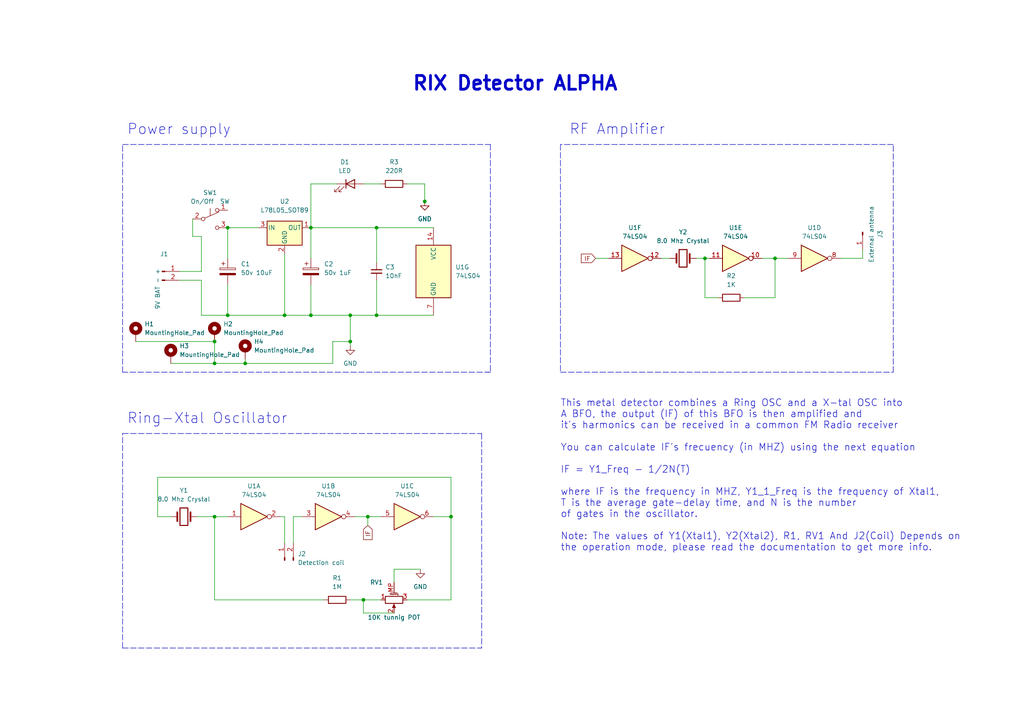
<source format=kicad_sch>
(kicad_sch (version 20211123) (generator eeschema)
  (paper "A4")
  (title_block (title "RIX Metal Detector by Dionys.") (date "2022-11-20") (rev "V0.0.1a"))
  (lib_symbols
    (symbol "74xx:74LS04"
      (property "Reference" "U" (at 0 1.27 0))
      (property "Value" "74LS04" (at 0 -1.27 0))
      (symbol "74LS04_1_0"
        (polyline (pts (xy -3.81 3.81) (xy -3.81 -3.81) (xy 3.81 0) (xy -3.81 3.81)) (stroke (width 0.254)) (fill (type background)))
        (pin input line (at -7.62 0 0) (length 3.81) (name "~") (number "1"))
        (pin output inverted (at 7.62 0 180) (length 3.81) (name "~") (number "2"))
      )
      (symbol "74LS04_2_0"
        (polyline (pts (xy -3.81 3.81) (xy -3.81 -3.81) (xy 3.81 0) (xy -3.81 3.81)) (stroke (width 0.254)) (fill (type background)))
        (pin input line (at -7.62 0 0) (length 3.81) (name "~") (number "3"))
        (pin output inverted (at 7.62 0 180) (length 3.81) (name "~") (number "4"))
      )
      (symbol "74LS04_3_0"
        (polyline (pts (xy -3.81 3.81) (xy -3.81 -3.81) (xy 3.81 0) (xy -3.81 3.81)) (stroke (width 0.254)) (fill (type background)))
        (pin input line (at -7.62 0 0) (length 3.81) (name "~") (number "5"))
        (pin output inverted (at 7.62 0 180) (length 3.81) (name "~") (number "6"))
      )
      (symbol "74LS04_4_0"
        (polyline (pts (xy -3.81 3.81) (xy -3.81 -3.81) (xy 3.81 0) (xy -3.81 3.81)) (stroke (width 0.254)) (fill (type background)))
        (pin output inverted (at 7.62 0 180) (length 3.81) (name "~") (number "8"))
        (pin input line (at -7.62 0 0) (length 3.81) (name "~") (number "9"))
      )
      (symbol "74LS04_5_0"
        (polyline (pts (xy -3.81 3.81) (xy -3.81 -3.81) (xy 3.81 0) (xy -3.81 3.81)) (stroke (width 0.254)) (fill (type background)))
        (pin output inverted (at 7.62 0 180) (length 3.81) (name "~") (number "10"))
        (pin input line (at -7.62 0 0) (length 3.81) (name "~") (number "11"))
      )
      (symbol "74LS04_6_0"
        (polyline (pts (xy -3.81 3.81) (xy -3.81 -3.81) (xy 3.81 0) (xy -3.81 3.81)) (stroke (width 0.254)) (fill (type background)))
        (pin output inverted (at 7.62 0 180) (length 3.81) (name "~") (number "12"))
        (pin input line (at -7.62 0 0) (length 3.81) (name "~") (number "13"))
      )
      (symbol "74LS04_7_0"
        (pin power_in line (at 0 12.7 270) (length 5.08) (name "VCC") (number "14"))
        (pin power_in line (at 0 -12.7 90) (length 5.08) (name "GND") (number "7"))
      )
      (symbol "74LS04_7_1"
        (rectangle (start -5.08 7.62) (end 5.08 -7.62) (stroke (width 0.254)) (fill (type background)))
      )
    )
    (symbol "Connector:Conn_01x01_Male" (pin_names (offset 1.016) hide)
      (property "Reference" "J" (at 0 2.54 0))
      (property "Value" "Conn_01x01_Male" (at 0 -2.54 0))
      (symbol "Conn_01x01_Male_1_1"
        (polyline (pts (xy 1.27 0) (xy 0.8636 0)) (stroke (width 0.1524)))
        (rectangle (start 0.8636 0.127) (end 0 -0.127) (stroke (width 0.1524)) (fill (type outline)))
        (pin passive line (at 5.08 0 180) (length 3.81) (name "Pin_1") (number "1"))
      )
    )
    (symbol "Connector:Conn_01x02_Male" (pin_names (offset 1.016) hide)
      (property "Reference" "J" (at 0 2.54 0))
      (property "Value" "Conn_01x02_Male" (at 0 -5.08 0))
      (symbol "Conn_01x02_Male_1_1"
        (polyline (pts (xy 1.27 -2.54) (xy 0.8636 -2.54)) (stroke (width 0.1524)))
        (polyline (pts (xy 1.27 0) (xy 0.8636 0)) (stroke (width 0.1524)))
        (rectangle (start 0.8636 -2.413) (end 0 -2.667) (stroke (width 0.1524)) (fill (type outline)))
        (rectangle (start 0.8636 0.127) (end 0 -0.127) (stroke (width 0.1524)) (fill (type outline)))
        (pin passive line (at 5.08 0 180) (length 3.81) (name "Pin_1") (number "1"))
        (pin passive line (at 5.08 -2.54 180) (length 3.81) (name "Pin_2") (number "2"))
      )
    )
    (symbol "Device:C_Polarized" (pin_numbers hide) (pin_names (offset 0.254))
      (property "Reference" "C" (at 0.635 2.54 0))
      (property "Value" "C_Polarized" (at 0.635 -2.54 0))
      (symbol "C_Polarized_0_1"
        (rectangle (start -2.286 0.508) (end 2.286 1.016))
        (polyline (pts (xy -1.778 2.286) (xy -0.762 2.286)))
        (polyline (pts (xy -1.27 2.794) (xy -1.27 1.778)))
        (rectangle (start 2.286 -0.508) (end -2.286 -1.016) (fill (type outline)))
      )
      (symbol "C_Polarized_1_1"
        (pin passive line (at 0 3.81 270) (length 2.794) (name "~") (number "1"))
        (pin passive line (at 0 -3.81 90) (length 2.794) (name "~") (number "2"))
      )
    )
    (symbol "Device:C_Small" (pin_numbers hide) (pin_names (offset 0.254) hide)
      (property "Reference" "C" (at 0.254 1.778 0))
      (property "Value" "C_Small" (at 0.254 -2.032 0))
      (symbol "C_Small_0_1"
        (polyline (pts (xy -1.524 -0.508) (xy 1.524 -0.508)) (stroke (width 0.3302)))
        (polyline (pts (xy -1.524 0.508) (xy 1.524 0.508)) (stroke (width 0.3048)))
      )
      (symbol "C_Small_1_1"
        (pin passive line (at 0 2.54 270) (length 2.032) (name "~") (number "1"))
        (pin passive line (at 0 -2.54 90) (length 2.032) (name "~") (number "2"))
      )
    )
    (symbol "Device:Crystal" (pin_numbers hide) (pin_names (offset 1.016) hide)
      (property "Reference" "Y" (at 0 3.81 0))
      (property "Value" "Crystal" (at 0 -3.81 0))
      (symbol "Crystal_0_1"
        (rectangle (start -1.143 2.54) (end 1.143 -2.54) (stroke (width 0.3048)))
        (polyline (pts (xy -2.54 0) (xy -1.905 0)))
        (polyline (pts (xy -1.905 -1.27) (xy -1.905 1.27)) (stroke (width 0.508)))
        (polyline (pts (xy 1.905 -1.27) (xy 1.905 1.27)) (stroke (width 0.508)))
        (polyline (pts (xy 2.54 0) (xy 1.905 0)))
      )
      (symbol "Crystal_1_1"
        (pin passive line (at -3.81 0 0) (length 1.27) (name "1") (number "1"))
        (pin passive line (at 3.81 0 180) (length 1.27) (name "2") (number "2"))
      )
    )
    (symbol "Device:LED" (pin_numbers hide) (pin_names (offset 1.016) hide)
      (property "Reference" "D" (at 0 2.54 0))
      (property "Value" "LED" (at 0 -2.54 0))
      (symbol "LED_0_1"
        (polyline (pts (xy -1.27 -1.27) (xy -1.27 1.27)) (stroke (width 0.254)))
        (polyline (pts (xy -1.27 0) (xy 1.27 0)))
        (polyline (pts (xy 1.27 -1.27) (xy 1.27 1.27) (xy -1.27 0) (xy 1.27 -1.27)) (stroke (width 0.254)))
        (polyline (pts (xy -3.048 -0.762) (xy -4.572 -2.286) (xy -3.81 -2.286) (xy -4.572 -2.286) (xy -4.572 -1.524)))
        (polyline (pts (xy -1.778 -0.762) (xy -3.302 -2.286) (xy -2.54 -2.286) (xy -3.302 -2.286) (xy -3.302 -1.524)))
      )
      (symbol "LED_1_1"
        (pin passive line (at -3.81 0 0) (length 2.54) (name "K") (number "1"))
        (pin passive line (at 3.81 0 180) (length 2.54) (name "A") (number "2"))
      )
    )
    (symbol "Device:R" (pin_numbers hide) (pin_names (offset 0))
      (property "Reference" "R" (at 2.032 0 90))
      (property "Value" "R" (at 0 0 90))
      (symbol "R_0_1"
        (rectangle (start -1.016 -2.54) (end 1.016 2.54) (stroke (width 0.254)))
      )
      (symbol "R_1_1"
        (pin passive line (at 0 3.81 270) (length 1.27) (name "~") (number "1"))
        (pin passive line (at 0 -3.81 90) (length 1.27) (name "~") (number "2"))
      )
    )
    (symbol "Device:R_Potentiometer_MountingPin" (pin_names (offset 1.016) hide)
      (property "Reference" "RV" (at -8.255 0 90))
      (property "Value" "R_Potentiometer_MountingPin" (at -6.35 0 90))
      (symbol "R_Potentiometer_MountingPin_0_1"
        (polyline (pts (xy 2.54 0) (xy 1.524 0)))
        (polyline (pts (xy 1.143 0) (xy 2.286 0.508) (xy 2.286 -0.508)) (fill (type outline)))
        (rectangle (start 1.016 2.54) (end -1.016 -2.54) (stroke (width 0.254)))
      )
      (symbol "R_Potentiometer_MountingPin_1_1"
        (polyline (pts (xy -2.032 1.016) (xy -2.032 -1.016)) (stroke (width 0.1524)))
        (text "Mounting" (at -1.651 0 900) (effects (font (size 0.381 0.381))))
        (pin passive line (at 0 3.81 270) (length 1.27) (name "1") (number "1"))
        (pin passive line (at 3.81 0 180) (length 1.27) (name "2") (number "2"))
        (pin passive line (at 0 -3.81 90) (length 1.27) (name "3") (number "3"))
        (pin passive line (at -5.08 0 0) (length 3.048) (name "MountPin") (number "MP"))
      )
    )
    (symbol "Mechanical:MountingHole_Pad" (pin_numbers hide) (pin_names (offset 1.016) hide)
      (property "Reference" "H" (at 0 6.35 0))
      (property "Value" "MountingHole_Pad" (at 0 4.445 0))
      (symbol "MountingHole_Pad_0_1"
        (circle (center 0 1.27) (radius 1.27) (stroke (width 1.27)))
      )
      (symbol "MountingHole_Pad_1_1"
        (pin input line (at 0 -2.54 90) (length 2.54) (name "1") (number "1"))
      )
    )
    (symbol "Regulator_Linear:L78L05_SOT89" (pin_names (offset 0.254))
      (property "Reference" "U" (at -3.81 3.175 0))
      (property "Value" "L78L05_SOT89" (at -0.635 3.175 0))
      (symbol "L78L05_SOT89_0_1"
        (rectangle (start -5.08 1.905) (end 5.08 -5.08) (stroke (width 0.254)) (fill (type background)))
      )
      (symbol "L78L05_SOT89_1_1"
        (pin power_out line (at 7.62 0 180) (length 2.54) (name "OUT") (number "1"))
        (pin power_in line (at 0 -7.62 90) (length 2.54) (name "GND") (number "2"))
        (pin power_in line (at -7.62 0 0) (length 2.54) (name "IN") (number "3"))
      )
    )
    (symbol "Switch:SW_Push_SPDT" (pin_names (offset 0) hide)
      (property "Reference" "SW" (at 0 4.318 0))
      (property "Value" "SW_Push_SPDT" (at 0 -5.08 0))
      (symbol "SW_Push_SPDT_0_0"
        (circle (center -2.032 0) (radius 0.508))
        (polyline (pts (xy 0 1.016) (xy 0 3.048)))
        (circle (center 2.032 -2.54) (radius 0.508))
      )
      (symbol "SW_Push_SPDT_0_1"
        (polyline (pts (xy -1.524 0.254) (xy 2.54 2.032)))
        (circle (center 2.032 2.54) (radius 0.508))
      )
      (symbol "SW_Push_SPDT_1_1"
        (pin passive line (at 5.08 2.54 180) (length 2.54) (name "A") (number "1"))
        (pin passive line (at -5.08 0 0) (length 2.54) (name "B") (number "2"))
        (pin passive line (at 5.08 -2.54 180) (length 2.54) (name "C") (number "3"))
      )
    )
    (symbol "power:GND" (power) (pin_names (offset 0))
      (property "Value" "GND" (at 0 -3.81 0))
      (symbol "GND_0_1"
        (polyline (pts (xy 0 0) (xy 0 -1.27) (xy 1.27 -1.27) (xy 0 -2.54) (xy -1.27 -1.27) (xy 0 -1.27)))
      )
      (symbol "GND_1_1"
        (pin power_in line (at 0 0 270) (length 0) hide (name "GND") (number "1"))
      )
    )
  )
  (junction (at 66.04 91.44))
  (junction (at 109.22 91.44))
  (junction (at 105.41 173.99))
  (junction (at 130.81 149.86))
  (junction (at 109.22 66.04))
  (junction (at 123.19 58.42))
  (junction (at 224.79 74.93))
  (junction (at 62.23 99.06))
  (junction (at 90.17 66.04))
  (junction (at 62.23 149.86))
  (junction (at 204.47 74.93))
  (junction (at 71.12 105.41))
  (junction (at 106.68 149.86))
  (junction (at 101.6 91.44))
  (junction (at 62.23 105.41))
  (junction (at 66.04 66.04))
  (junction (at 101.6 99.06))
  (junction (at 90.17 91.44))
  (junction (at 82.55 91.44))
  (wire (pts (xy 71.12 105.41) (xy 71.12 104.14)))
  (polyline (pts (xy 139.7 125.73) (xy 139.7 187.96)))
  (wire (pts (xy 82.55 73.66) (xy 82.55 91.44)))
  (wire (pts (xy 101.6 173.99) (xy 105.41 173.99)))
  (wire (pts (xy 172.72 74.93) (xy 176.53 74.93)))
  (wire (pts (xy 114.3 177.8) (xy 105.41 177.8)))
  (wire (pts (xy 114.3 165.1) (xy 121.92 165.1)))
  (wire (pts (xy 204.47 74.93) (xy 205.74 74.93)))
  (wire (pts (xy 62.23 99.06) (xy 62.23 105.41)))
  (wire (pts (xy 62.23 149.86) (xy 66.04 149.86)))
  (wire (pts (xy 201.93 74.93) (xy 204.47 74.93)))
  (wire (pts (xy 105.41 173.99) (xy 110.49 173.99)))
  (wire (pts (xy 130.81 138.43) (xy 130.81 149.86)))
  (wire (pts (xy 101.6 91.44) (xy 109.22 91.44)))
  (wire (pts (xy 105.41 53.34) (xy 110.49 53.34)))
  (wire (pts (xy 250.19 74.93) (xy 250.19 72.39)))
  (wire (pts (xy 82.55 157.48) (xy 82.55 149.86)))
  (wire (pts (xy 125.73 149.86) (xy 130.81 149.86)))
  (wire (pts (xy 208.28 86.36) (xy 204.47 86.36)))
  (wire (pts (xy 102.87 149.86) (xy 106.68 149.86)))
  (polyline (pts (xy 259.08 107.95) (xy 259.08 41.91)))
  (wire (pts (xy 90.17 53.34) (xy 90.17 66.04)))
  (wire (pts (xy 85.09 157.48) (xy 85.09 149.86)))
  (wire (pts (xy 123.19 58.42) (xy 123.19 53.34)))
  (wire (pts (xy 106.68 149.86) (xy 110.49 149.86)))
  (wire (pts (xy 109.22 66.04) (xy 109.22 76.2)))
  (wire (pts (xy 109.22 81.28) (xy 109.22 91.44)))
  (wire (pts (xy 39.37 99.06) (xy 62.23 99.06)))
  (wire (pts (xy 90.17 82.55) (xy 90.17 91.44)))
  (wire (pts (xy 58.42 68.58) (xy 55.88 68.58)))
  (polyline (pts (xy 259.08 41.91) (xy 162.56 41.91)))
  (polyline (pts (xy 35.56 187.96) (xy 35.56 125.73)))
  (wire (pts (xy 62.23 105.41) (xy 71.12 105.41)))
  (wire (pts (xy 71.12 105.41) (xy 96.52 105.41)))
  (wire (pts (xy 58.42 78.74) (xy 58.42 68.58)))
  (wire (pts (xy 118.11 173.99) (xy 130.81 173.99)))
  (wire (pts (xy 45.72 138.43) (xy 45.72 149.86)))
  (polyline (pts (xy 35.56 125.73) (xy 139.7 125.73)))
  (wire (pts (xy 224.79 74.93) (xy 228.6 74.93)))
  (polyline (pts (xy 35.56 41.91) (xy 142.24 41.91)))
  (wire (pts (xy 52.07 78.74) (xy 58.42 78.74)))
  (wire (pts (xy 96.52 99.06) (xy 101.6 99.06)))
  (wire (pts (xy 52.07 81.28) (xy 58.42 81.28)))
  (wire (pts (xy 130.81 138.43) (xy 45.72 138.43)))
  (wire (pts (xy 82.55 91.44) (xy 90.17 91.44)))
  (wire (pts (xy 220.98 74.93) (xy 224.79 74.93)))
  (wire (pts (xy 62.23 173.99) (xy 62.23 149.86)))
  (wire (pts (xy 57.15 149.86) (xy 62.23 149.86)))
  (wire (pts (xy 130.81 173.99) (xy 130.81 149.86)))
  (wire (pts (xy 123.19 53.34) (xy 118.11 53.34)))
  (polyline (pts (xy 142.24 107.95) (xy 140.97 107.95)))
  (wire (pts (xy 106.68 149.86) (xy 106.68 152.4)))
  (wire (pts (xy 82.55 149.86) (xy 81.28 149.86)))
  (wire (pts (xy 66.04 66.04) (xy 74.93 66.04)))
  (wire (pts (xy 224.79 86.36) (xy 224.79 74.93)))
  (wire (pts (xy 66.04 91.44) (xy 82.55 91.44)))
  (wire (pts (xy 49.53 105.41) (xy 62.23 105.41)))
  (polyline (pts (xy 35.56 187.96) (xy 139.7 187.96)))
  (wire (pts (xy 66.04 66.04) (xy 66.04 74.93)))
  (wire (pts (xy 204.47 86.36) (xy 204.47 74.93)))
  (wire (pts (xy 58.42 91.44) (xy 66.04 91.44)))
  (wire (pts (xy 97.79 53.34) (xy 90.17 53.34)))
  (polyline (pts (xy 35.56 107.95) (xy 35.56 41.91)))
  (wire (pts (xy 109.22 66.04) (xy 125.73 66.04)))
  (wire (pts (xy 96.52 105.41) (xy 96.52 99.06)))
  (wire (pts (xy 66.04 82.55) (xy 66.04 91.44)))
  (wire (pts (xy 45.72 149.86) (xy 49.53 149.86)))
  (polyline (pts (xy 162.56 41.91) (xy 162.56 107.95)))
  (wire (pts (xy 191.77 74.93) (xy 194.31 74.93)))
  (wire (pts (xy 90.17 91.44) (xy 101.6 91.44)))
  (wire (pts (xy 90.17 66.04) (xy 90.17 74.93)))
  (wire (pts (xy 114.3 168.91) (xy 114.3 165.1)))
  (wire (pts (xy 109.22 91.44) (xy 125.73 91.44)))
  (polyline (pts (xy 142.24 41.91) (xy 142.24 107.95)))
  (wire (pts (xy 55.88 68.58) (xy 55.88 63.5)))
  (wire (pts (xy 93.98 173.99) (xy 62.23 173.99)))
  (polyline (pts (xy 142.24 107.95) (xy 35.56 107.95)))
  (wire (pts (xy 90.17 66.04) (xy 109.22 66.04)))
  (wire (pts (xy 243.84 74.93) (xy 250.19 74.93)))
  (wire (pts (xy 101.6 91.44) (xy 101.6 99.06)))
  (wire (pts (xy 101.6 99.06) (xy 101.6 100.33)))
  (wire (pts (xy 215.9 86.36) (xy 224.79 86.36)))
  (wire (pts (xy 105.41 177.8) (xy 105.41 173.99)))
  (wire (pts (xy 85.09 149.86) (xy 87.63 149.86)))
  (polyline (pts (xy 162.56 107.95) (xy 259.08 107.95)))
  (wire (pts (xy 58.42 81.28) (xy 58.42 91.44)))
  (text "RF Amplifier" (at 165.1 39.37 0) (effects (font (size 3 3)) (justify left bottom)))
  (text "Power supply" (at 36.83 39.37 0) (effects (font (size 3 3)) (justify left bottom)))
  (text "Ring-Xtal Oscillator" (at 36.83 123.19 0) (effects (font (size 3 3)) (justify left bottom)))
  (text "This metal detector combines a Ring OSC and a X-tal OSC into\nA BFO, the output (IF) of this BFO is then amplified and\nit's harmonics can be received in a common FM Radio receiver\n\nYou can calculate IF's frecuency (in MHZ) using the next equation\n\nIF = Y1_Freq - 1/2N(T)\n\nwhere IF is the frequency in MHZ, Y1_1_Freq is the frequency of Xtal1,\nT is the average gate-delay time, and N is the number\nof gates in the oscillator.\n\nNote: The values of Y1(Xtal1), Y2(Xtal2), R1, RV1 And J2(Coil) Depends on\nthe operation mode, please read the documentation to get more info." (at 162.56 160.02 0) (effects (font (size 2 2)) (justify left bottom)))
  (text "RIX Detector ALPHA" (at 119.38 26.67 0) (effects (font (size 4 4) (thickness 0.8) bold) (justify left bottom)))
  (global_label "IF" (shape input) (at 106.68 152.4 270) (property "Intersheet References" "${INTERSHEET_REFS}" (effects hide)))
  (global_label "IF" (shape input) (at 172.72 74.93 180) (property "Intersheet References" "${INTERSHEET_REFS}" (effects hide)))
  (symbol (lib_id "74xx:74LS04") (at 184.15 74.93 0) (unit 6)
    (property "Reference" "U1" (at 184.15 66.04 0))
    (property "Value" "74LS04" (at 184.15 68.58 0))
    (property "Footprint" "Package_SO:SOIC-14_3.9x8.7mm_P1.27mm" (effects hide))
    (property "Datasheet" "http://www.ti.com/lit/gpn/sn74LS04" (effects hide))
  )
  (symbol (lib_id "Device:C_Polarized") (at 66.04 78.74 0) (unit 1)
    (property "Reference" "C1" (at 69.85 76.5809 0) (effects (justify left)))
    (property "Value" "50v 10uF" (at 69.85 79.1209 0) (effects (justify left)))
    (property "Footprint" "Capacitor_THT:CP_Radial_D5.0mm_P2.00mm" (effects hide))
  )
  (symbol (lib_id "Device:R") (at 114.3 53.34 270) (unit 1)
    (property "Reference" "R3" (at 114.3 46.99 90))
    (property "Value" "220R" (at 114.3 49.53 90))
    (property "Footprint" "Resistor_SMD:R_0805_2012Metric_Pad1.20x1.40mm_HandSolder" (effects hide))
  )
  (symbol (lib_id "Device:C_Polarized") (at 90.17 78.74 0) (unit 1)
    (property "Reference" "C2" (at 93.98 76.5809 0) (effects (justify left)))
    (property "Value" "50v 1uF" (at 93.98 79.1209 0) (effects (justify left)))
    (property "Footprint" "Capacitor_THT:CP_Radial_D5.0mm_P2.00mm" (effects hide))
  )
  (symbol (lib_id "Regulator_Linear:L78L05_SOT89") (at 82.55 66.04 0) (unit 1)
    (property "Reference" "U2" (at 82.55 58.42 0))
    (property "Value" "L78L05_SOT89" (at 82.55 60.96 0))
    (property "Footprint" "Package_TO_SOT_SMD:SOT-89-3" (effects hide))
    (property "Datasheet" "http://www.st.com/content/ccc/resource/technical/document/datasheet/15/55/e5/aa/23/5b/43/fd/CD00000446.pdf/files/CD00000446.pdf/jcr:content/translations/en.CD00000446.pdf" (effects hide))
  )
  (symbol (lib_id "Connector:Conn_01x02_Male") (at 82.55 162.56 90) (unit 1)
    (property "Reference" "J2" (at 86.36 160.6549 90) (effects (justify right)))
    (property "Value" "Detection coil" (at 86.36 163.1949 90) (effects (justify right)))
    (property "Footprint" "Connector_PinHeader_2.54mm:PinHeader_1x02_P2.54mm_Vertical" (effects hide))
  )
  (symbol (lib_id "power:GND") (at 123.19 58.42 0) (unit 1)
    (property "Reference" "#PWR0102" (effects hide))
    (property "Value" "GND" (at 123.19 63.5 0))
  )
  (symbol (lib_id "Device:R") (at 97.79 173.99 90) (unit 1)
    (property "Reference" "R1" (at 97.79 167.64 90))
    (property "Value" "1M" (at 97.79 170.18 90))
    (property "Footprint" "Resistor_SMD:R_0805_2012Metric_Pad1.20x1.40mm_HandSolder" (effects hide))
  )
  (symbol (lib_id "Device:Crystal") (at 198.12 74.93 0) (unit 1)
    (property "Reference" "Y2" (at 198.12 67.31 0))
    (property "Value" "8.0 Mhz Crystal" (at 198.12 69.85 0))
    (property "Footprint" "Crystal:Crystal_HC49-4H_Vertical" (effects hide))
  )
  (symbol (lib_id "Device:LED") (at 101.6 53.34 0) (unit 1)
    (property "Reference" "D1" (at 100.0125 46.99 0))
    (property "Value" "LED" (at 100.0125 49.53 0))
    (property "Footprint" "Diode_SMD:D_1206_3216Metric_Pad1.42x1.75mm_HandSolder" (effects hide))
  )
  (symbol (lib_id "Device:R") (at 212.09 86.36 90) (unit 1)
    (property "Reference" "R2" (at 212.09 80.01 90))
    (property "Value" "1K" (at 212.09 82.55 90))
    (property "Footprint" "Resistor_SMD:R_0805_2012Metric_Pad1.20x1.40mm_HandSolder" (effects hide))
  )
  (symbol (lib_id "Connector:Conn_01x02_Male") (at 46.99 78.74 0) (unit 1)
    (property "Reference" "J1" (at 47.625 73.66 0))
    (property "Value" "9V BAT - +" (at 45.72 83.82 90))
    (property "Footprint" "Connector_JST:JST_PH_B2B-PH-K_1x02_P2.00mm_Vertical" (effects hide))
  )
  (symbol (lib_id "Connector:Conn_01x01_Male") (at 250.19 67.31 270) (unit 1)
    (property "Reference" "J3" (at 255.27 67.945 0))
    (property "Value" "External antenna" (at 252.73 67.945 0))
    (property "Footprint" "Connector_PinHeader_2.54mm:PinHeader_1x01_P2.54mm_Vertical" (effects hide))
  )
  (symbol (lib_id "74xx:74LS04") (at 236.22 74.93 0) (unit 4)
    (property "Reference" "U1" (at 236.22 66.04 0))
    (property "Value" "74LS04" (at 236.22 68.58 0))
    (property "Footprint" "Package_SO:SOIC-14_3.9x8.7mm_P1.27mm" (effects hide))
    (property "Datasheet" "http://www.ti.com/lit/gpn/sn74LS04" (effects hide))
  )
  (symbol (lib_id "Device:Crystal") (at 53.34 149.86 180) (unit 1)
    (property "Reference" "Y1" (at 53.34 142.24 0))
    (property "Value" "8.0 Mhz Crystal" (at 53.34 144.78 0))
    (property "Footprint" "Crystal:Crystal_HC49-4H_Vertical" (effects hide))
  )
  (symbol (lib_id "Mechanical:MountingHole_Pad") (at 49.53 102.87 0) (unit 1)
    (property "Reference" "H3" (at 52.07 100.3299 0) (effects (justify left)))
    (property "Value" "MountingHole_Pad" (at 52.07 102.8699 0) (effects (justify left)))
    (property "Footprint" "MountingHole:MountingHole_2.2mm_M2_DIN965_Pad_TopBottom" (effects hide))
  )
  (symbol (lib_id "Switch:SW_Push_SPDT") (at 60.96 63.5 0) (unit 1)
    (property "Reference" "SW1" (at 60.96 55.88 0))
    (property "Value" "On/Off  SW" (at 60.96 58.42 0))
    (property "Footprint" "Button_Switch_THT:SW_Push_1P2T_Vertical_E-Switch_800UDP8P1A1M6" (effects hide))
  )
  (symbol (lib_id "Mechanical:MountingHole_Pad") (at 71.12 101.6 0) (unit 1)
    (property "Reference" "H4" (at 73.66 99.0599 0) (effects (justify left)))
    (property "Value" "MountingHole_Pad" (at 73.66 101.5999 0) (effects (justify left)))
    (property "Footprint" "MountingHole:MountingHole_2.2mm_M2_DIN965_Pad_TopBottom" (effects hide))
  )
  (symbol (lib_id "power:GND") (at 121.92 165.1 0) (unit 1)
    (property "Reference" "#PWR0104" (effects hide))
    (property "Value" "GND" (at 121.92 170.18 0))
  )
  (symbol (lib_id "74xx:74LS04") (at 95.25 149.86 0) (unit 2)
    (property "Reference" "U1" (at 95.25 140.97 0))
    (property "Value" "74LS04" (at 95.25 143.51 0))
    (property "Footprint" "Package_SO:SOIC-14_3.9x8.7mm_P1.27mm" (effects hide))
    (property "Datasheet" "http://www.ti.com/lit/gpn/sn74LS04" (effects hide))
  )
  (symbol (lib_id "power:GND") (at 101.6 100.33 0) (unit 1)
    (property "Reference" "#PWR0101" (effects hide))
    (property "Value" "GND" (at 101.6 105.41 0))
  )
  (symbol (lib_id "74xx:74LS04") (at 213.36 74.93 0) (unit 5)
    (property "Reference" "U1" (at 213.36 66.04 0))
    (property "Value" "74LS04" (at 213.36 68.58 0))
    (property "Footprint" "Package_SO:SOIC-14_3.9x8.7mm_P1.27mm" (effects hide))
    (property "Datasheet" "http://www.ti.com/lit/gpn/sn74LS04" (effects hide))
  )
  (symbol (lib_id "74xx:74LS04") (at 125.73 78.74 0) (unit 7)
    (property "Reference" "U1" (at 132.08 77.4699 0) (effects (justify left)))
    (property "Value" "74LS04" (at 132.08 80.0099 0) (effects (justify left)))
    (property "Footprint" "Package_SO:SOIC-14_3.9x8.7mm_P1.27mm" (effects hide))
    (property "Datasheet" "http://www.ti.com/lit/gpn/sn74LS04" (effects hide))
  )
  (symbol (lib_id "Device:R_Potentiometer_MountingPin") (at 114.3 173.99 90) (mirror x) (unit 1)
    (property "Reference" "RV1" (at 109.22 168.91 90))
    (property "Value" "10K tunnig POT" (at 114.3 179.07 90))
    (property "Footprint" "Potentiometer_THT:Potentiometer_Alps_RK09K_Single_Vertical" (effects hide))
  )
  (symbol (lib_id "power:GND") (at 123.19 58.42 0) (unit 1)
    (property "Reference" "#PWR0103" (effects hide))
    (property "Value" "GND" (at 123.19 63.5 0))
  )
  (symbol (lib_id "Mechanical:MountingHole_Pad") (at 39.37 96.52 0) (unit 1)
    (property "Reference" "H1" (at 41.91 93.9799 0) (effects (justify left)))
    (property "Value" "MountingHole_Pad" (at 41.91 96.5199 0) (effects (justify left)))
    (property "Footprint" "MountingHole:MountingHole_2.2mm_M2_DIN965_Pad_TopBottom" (effects hide))
  )
  (symbol (lib_id "74xx:74LS04") (at 73.66 149.86 0) (unit 1)
    (property "Reference" "U1" (at 73.66 140.97 0))
    (property "Value" "74LS04" (at 73.66 143.51 0))
    (property "Footprint" "Package_SO:SOIC-14_3.9x8.7mm_P1.27mm" (effects hide))
    (property "Datasheet" "http://www.ti.com/lit/gpn/sn74LS04" (effects hide))
  )
  (symbol (lib_id "Device:C_Small") (at 109.22 78.74 0) (unit 1)
    (property "Reference" "C3" (at 111.76 77.4762 0) (effects (justify left)))
    (property "Value" "10nF" (at 111.76 80.0162 0) (effects (justify left)))
    (property "Footprint" "Capacitor_SMD:C_0805_2012Metric_Pad1.18x1.45mm_HandSolder" (effects hide))
  )
  (symbol (lib_id "Mechanical:MountingHole_Pad") (at 62.23 96.52 0) (unit 1)
    (property "Reference" "H2" (at 64.77 93.9799 0) (effects (justify left)))
    (property "Value" "MountingHole_Pad" (at 64.77 96.5199 0) (effects (justify left)))
    (property "Footprint" "MountingHole:MountingHole_2.2mm_M2_DIN965_Pad_TopBottom" (effects hide))
  )
  (symbol (lib_id "74xx:74LS04") (at 118.11 149.86 0) (unit 3)
    (property "Reference" "U1" (at 118.11 140.97 0))
    (property "Value" "74LS04" (at 118.11 143.51 0))
    (property "Footprint" "Package_SO:SOIC-14_3.9x8.7mm_P1.27mm" (effects hide))
    (property "Datasheet" "http://www.ti.com/lit/gpn/sn74LS04" (effects hide))
  )
)
</source>
